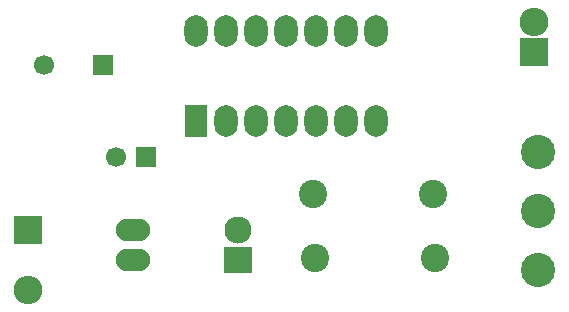
<source format=gbr>
G04 #@! TF.FileFunction,Soldermask,Bot*
%FSLAX46Y46*%
G04 Gerber Fmt 4.6, Leading zero omitted, Abs format (unit mm)*
G04 Created by KiCad (PCBNEW (2015-07-30 BZR 6023, Git cb629e0)-product) date 9/23/2015 11:43:22 AM*
%MOMM*%
G01*
G04 APERTURE LIST*
%ADD10C,0.100000*%
%ADD11C,2.899360*%
%ADD12R,2.400000X2.300000*%
%ADD13C,2.300000*%
%ADD14R,2.432000X2.432000*%
%ADD15O,2.432000X2.432000*%
%ADD16C,2.398980*%
%ADD17R,1.974800X2.686000*%
%ADD18O,1.974800X2.686000*%
%ADD19R,1.700000X1.700000*%
%ADD20C,1.700000*%
%ADD21O,2.899360X1.901140*%
G04 APERTURE END LIST*
D10*
D11*
X174028100Y-82217260D03*
X174028100Y-87218520D03*
X174028100Y-77216000D03*
D12*
X148590000Y-86360000D03*
D13*
X148590000Y-83820000D03*
D14*
X173647100Y-68701920D03*
D15*
X173647100Y-66161920D03*
D16*
X165100000Y-80772000D03*
X154940000Y-80772000D03*
D17*
X145021300Y-74574400D03*
D18*
X147561300Y-74574400D03*
X150101300Y-74574400D03*
X152641300Y-74574400D03*
X155181300Y-74574400D03*
X157721300Y-74574400D03*
X160261300Y-74574400D03*
X160261300Y-66954400D03*
X157721300Y-66954400D03*
X155181300Y-66954400D03*
X152641300Y-66954400D03*
X150101300Y-66954400D03*
X147561300Y-66954400D03*
X145021300Y-66954400D03*
D16*
X155117800Y-86144100D03*
X165277800Y-86144100D03*
D19*
X140771880Y-77619860D03*
D20*
X138271880Y-77619860D03*
D19*
X137129520Y-69850000D03*
D20*
X132129520Y-69850000D03*
D14*
X130810000Y-83820000D03*
D15*
X130810000Y-88900000D03*
D21*
X139700000Y-86360000D03*
X139700000Y-83820000D03*
M02*

</source>
